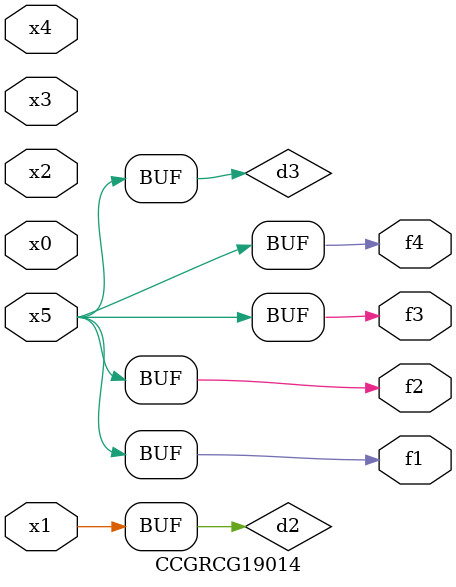
<source format=v>
module CCGRCG19014(
	input x0, x1, x2, x3, x4, x5,
	output f1, f2, f3, f4
);

	wire d1, d2, d3;

	not (d1, x5);
	or (d2, x1);
	xnor (d3, d1);
	assign f1 = d3;
	assign f2 = d3;
	assign f3 = d3;
	assign f4 = d3;
endmodule

</source>
